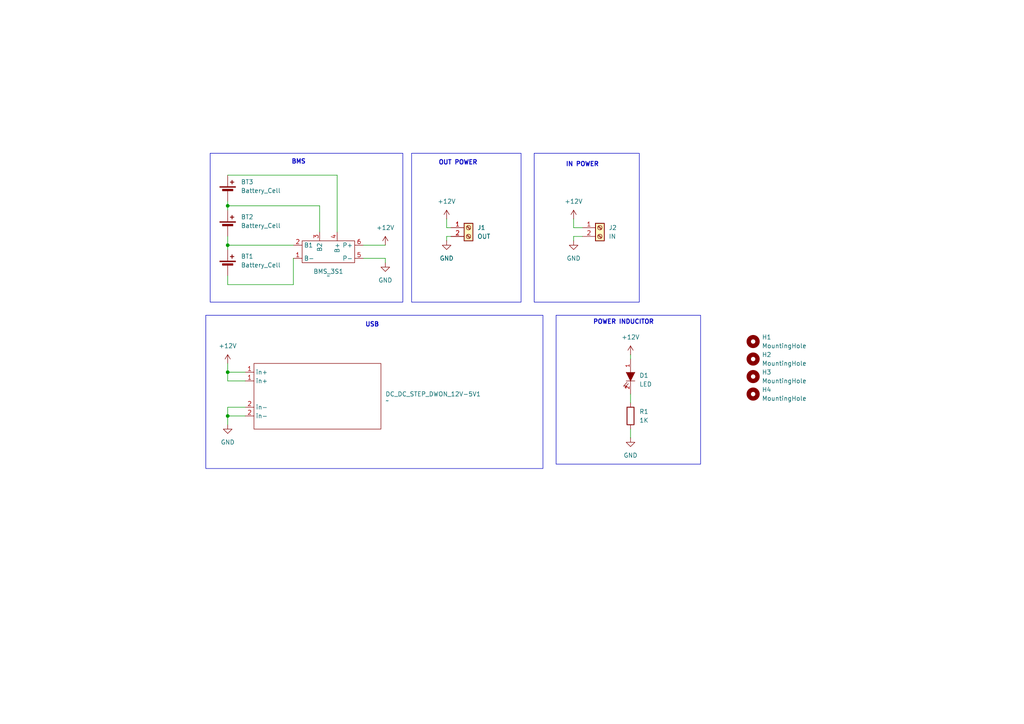
<source format=kicad_sch>
(kicad_sch (version 20231120) (generator "eeschema") (generator_version "8.0")
  (paper "A4")
  (lib_symbols
    (symbol "Connector:Screw_Terminal_01x02" (pin_names (offset 1.016) hide)
      (property "Reference" "J" (at 0 2.54 0))
      (property "Value" "Screw_Terminal_01x02" (at 0 -5.08 0))
      (symbol "Screw_Terminal_01x02_1_1"
        (rectangle (start -1.27 1.27) (end 1.27 -3.81) (stroke (width 0.254)) (fill (type background)))
        (circle (center 0 -2.54) (radius 0.635) (stroke (width 0.1524)))
        (polyline (pts (xy -0.5334 -2.2098) (xy 0.3302 -3.048)) (stroke (width 0.1524)))
        (polyline (pts (xy -0.5334 0.3302) (xy 0.3302 -0.508)) (stroke (width 0.1524)))
        (polyline (pts (xy -0.3556 -2.032) (xy 0.508 -2.8702)) (stroke (width 0.1524)))
        (polyline (pts (xy -0.3556 0.508) (xy 0.508 -0.3302)) (stroke (width 0.1524)))
        (circle (center 0 0) (radius 0.635) (stroke (width 0.1524)))
        (pin passive line (at -5.08 0 0) (length 3.81) (name "Pin_1") (number "1"))
        (pin passive line (at -5.08 -2.54 0) (length 3.81) (name "Pin_2") (number "2"))
      )
    )
    (symbol "Device:Battery_Cell" (pin_numbers hide) (pin_names (offset 0) hide)
      (property "Reference" "BT" (at 2.54 2.54 0))
      (property "Value" "Battery_Cell" (at 2.54 0 0))
      (symbol "Battery_Cell_0_1"
        (rectangle (start -2.286 1.778) (end 2.286 1.524) (fill (type outline)))
        (rectangle (start -1.524 1.016) (end 1.524 0.508) (fill (type outline)))
        (polyline (pts (xy 0 0.762) (xy 0 0)))
        (polyline (pts (xy 0 1.778) (xy 0 2.54)))
        (polyline (pts (xy 0.762 3.048) (xy 1.778 3.048)) (stroke (width 0.254)))
        (polyline (pts (xy 1.27 3.556) (xy 1.27 2.54)) (stroke (width 0.254)))
      )
      (symbol "Battery_Cell_1_1"
        (pin passive line (at 0 5.08 270) (length 2.54) (name "+") (number "1"))
        (pin passive line (at 0 -2.54 90) (length 2.54) (name "-") (number "2"))
      )
    )
    (symbol "Device:R" (pin_numbers hide) (pin_names (offset 0))
      (property "Reference" "R" (at 2.032 0 90))
      (property "Value" "R" (at 0 0 90))
      (symbol "R_0_1"
        (rectangle (start -1.016 -2.54) (end 1.016 2.54) (stroke (width 0.254)))
      )
      (symbol "R_1_1"
        (pin passive line (at 0 3.81 270) (length 1.27) (name "~") (number "1"))
        (pin passive line (at 0 -3.81 90) (length 1.27) (name "~") (number "2"))
      )
    )
    (symbol "Mechanical:MountingHole" (pin_names (offset 1.016)) (exclude_from_sim yes) (in_bom no)
      (property "Reference" "H" (at 0 5.08 0))
      (property "Value" "MountingHole" (at 0 3.175 0))
      (symbol "MountingHole_0_1"
        (circle (center 0 0) (radius 1.27) (stroke (width 1.27)))
      )
    )
    (symbol "My_Library:BMS"
      (property "Reference" "BMS_3S" (at -0.508 -2.286 0))
      (symbol "BMS_0_1"
        (rectangle (start -7.62 2.54) (end 7.62 -3.81))
      )
      (symbol "BMS_1_1"
        (pin input line (at -10.16 -2.54 0) (length 2.54) (name "B-") (number "1"))
        (pin input line (at -10.16 1.27 0) (length 2.54) (name "B1") (number "2"))
        (pin input line (at -2.54 5.08 270) (length 2.54) (name "B2") (number "3"))
        (pin input line (at 2.54 5.08 270) (length 2.54) (name "B+") (number "4"))
        (pin bidirectional line (at 10.16 -2.54 180) (length 2.54) (name "P-") (number "5"))
        (pin bidirectional line (at 10.16 1.27 180) (length 2.54) (name "P+") (number "6"))
      )
    )
    (symbol "My_Library:step_dwon_12v_5v_"
      (property "Reference" "DC_DC_STEP_DWON_12V-5V" (at 0 0 0))
      (symbol "step_dwon_12v_5v__0_1"
        (rectangle (start -20.32 8.89) (end 16.51 -10.16))
      )
      (symbol "step_dwon_12v_5v__1_1"
        (pin input line (at -22.86 3.81 0) (length 2.54) (name "in+") (number "1"))
        (pin input line (at -22.86 6.35 0) (length 2.54) (name "in+") (number "1"))
        (pin input line (at -22.86 -6.35 0) (length 2.54) (name "in-") (number "2"))
        (pin input line (at -22.86 -3.81 0) (length 2.54) (name "in-") (number "2"))
      )
    )
    (symbol "power:+12V" (power) (pin_numbers hide) (pin_names (offset 0) hide)
      (property "Value" "+12V" (at 0 3.556 0))
      (symbol "+12V_0_1"
        (polyline (pts (xy -0.762 1.27) (xy 0 2.54)))
        (polyline (pts (xy 0 0) (xy 0 2.54)))
        (polyline (pts (xy 0 2.54) (xy 0.762 1.27)))
      )
      (symbol "+12V_1_1"
        (pin power_in line (at 0 0 90) (length 0) (name "~") (number "1"))
      )
    )
    (symbol "power:GND" (power) (pin_numbers hide) (pin_names (offset 0) hide)
      (property "Value" "GND" (at 0 -3.81 0))
      (symbol "GND_0_1"
        (polyline (pts (xy 0 0) (xy 0 -1.27) (xy 1.27 -1.27) (xy 0 -2.54) (xy -1.27 -1.27) (xy 0 -1.27)))
      )
      (symbol "GND_1_1"
        (pin power_in line (at 0 0 270) (length 0) (name "~") (number "1"))
      )
    )
    (symbol "tinkerforge:LED" (pin_names (offset 1.016) hide)
      (property "Reference" "D" (at 0 2.54 0))
      (property "Value" "LED" (at 0 -2.54 0))
      (symbol "LED_0_1"
        (polyline (pts (xy 1.27 1.27) (xy 1.27 -1.27)))
        (polyline (pts (xy -1.27 1.27) (xy 1.27 0) (xy -1.27 -1.27)) (fill (type outline)))
        (polyline (pts (xy 1.651 -1.016) (xy 2.794 -2.032) (xy 2.667 -1.397)))
        (polyline (pts (xy 2.032 -0.635) (xy 3.175 -1.651) (xy 3.048 -1.016)))
      )
      (symbol "LED_1_1"
        (pin passive line (at -5.08 0 0) (length 3.81) (name "A") (number "1"))
        (pin passive line (at 5.08 0 180) (length 3.81) (name "K") (number "2"))
      )
    )
  )
  (junction (at 66.04 59.69))
  (junction (at 66.04 71.12))
  (junction (at 66.04 120.65))
  (junction (at 66.04 107.95))
  (wire (pts (xy 129.54 66.04) (xy 129.54 63.5)))
  (wire (pts (xy 71.12 110.49) (xy 66.04 110.49)))
  (wire (pts (xy 66.04 58.42) (xy 66.04 59.69)))
  (wire (pts (xy 105.41 71.12) (xy 111.76 71.12)))
  (wire (pts (xy 129.54 68.58) (xy 130.81 68.58)))
  (wire (pts (xy 166.37 68.58) (xy 166.37 69.85)))
  (wire (pts (xy 66.04 59.69) (xy 66.04 60.96)))
  (wire (pts (xy 130.81 66.04) (xy 129.54 66.04)))
  (wire (pts (xy 66.04 107.95) (xy 71.12 107.95)))
  (wire (pts (xy 182.88 114.3) (xy 182.88 116.84)))
  (wire (pts (xy 168.91 66.04) (xy 166.37 66.04)))
  (wire (pts (xy 92.71 59.69) (xy 66.04 59.69)))
  (wire (pts (xy 66.04 118.11) (xy 66.04 120.65)))
  (wire (pts (xy 111.76 74.93) (xy 111.76 76.2)))
  (wire (pts (xy 66.04 71.12) (xy 66.04 72.39)))
  (wire (pts (xy 182.88 124.46) (xy 182.88 127)))
  (wire (pts (xy 66.04 68.58) (xy 66.04 71.12)))
  (wire (pts (xy 66.04 82.55) (xy 66.04 80.01)))
  (wire (pts (xy 97.79 50.8) (xy 97.79 67.31)))
  (wire (pts (xy 66.04 71.12) (xy 85.09 71.12)))
  (wire (pts (xy 66.04 50.8) (xy 97.79 50.8)))
  (wire (pts (xy 71.12 120.65) (xy 66.04 120.65)))
  (wire (pts (xy 182.88 102.87) (xy 182.88 104.14)))
  (wire (pts (xy 129.54 69.85) (xy 129.54 68.58)))
  (wire (pts (xy 105.41 74.93) (xy 111.76 74.93)))
  (wire (pts (xy 66.04 110.49) (xy 66.04 107.95)))
  (wire (pts (xy 71.12 118.11) (xy 66.04 118.11)))
  (wire (pts (xy 166.37 66.04) (xy 166.37 63.5)))
  (wire (pts (xy 168.91 68.58) (xy 166.37 68.58)))
  (wire (pts (xy 85.09 82.55) (xy 66.04 82.55)))
  (wire (pts (xy 66.04 120.65) (xy 66.04 123.19)))
  (wire (pts (xy 85.09 74.93) (xy 85.09 82.55)))
  (wire (pts (xy 66.04 107.95) (xy 66.04 105.41)))
  (wire (pts (xy 92.71 67.31) (xy 92.71 59.69)))
  (rectangle (start 154.94 44.45) (end 185.42 87.63))
  (rectangle (start 59.69 91.44) (end 157.48 135.89))
  (rectangle (start 119.38 44.45) (end 151.13 87.63))
  (rectangle (start 161.29 91.44) (end 203.2 134.62))
  (rectangle (start 60.96 44.45) (end 116.84 87.63))
  (text "POWER INDUCITOR\n" (at 180.848 93.472 0) (effects (font (size 1.27 1.27) (thickness 0.254) (bold yes))))
  (text "OUT POWER" (at 132.842 47.244 0) (effects (font (size 1.27 1.27) (thickness 0.254) (bold yes))))
  (text "BMS" (at 86.614 46.99 0) (effects (font (size 1.27 1.27) (thickness 0.254) (bold yes))))
  (text "USB\n" (at 107.95 94.234 0) (effects (font (size 1.27 1.27) (thickness 0.254) (bold yes))))
  (text "IN POWER" (at 168.91 47.752 0) (effects (font (size 1.27 1.27) (thickness 0.254) (bold yes))))
  (symbol (lib_id "Mechanical:MountingHole") (at 218.44 114.3 0) (unit 1) (exclude_from_sim yes) (in_bom no)
    (property "Reference" "H4" (at 220.98 113.0299 0) (effects (justify left)))
    (property "Value" "MountingHole" (at 220.98 115.5699 0) (effects (justify left)))
    (property "Footprint" "MountingHole:MountingHole_4.3mm_M4_ISO14580" (effects (hide yes)))
    (property "Description" "Mounting Hole without connection" (effects (hide yes)))
  )
  (symbol (lib_id "My_Library:step_dwon_12v_5v_") (at 93.98 114.3 0) (unit 1)
    (property "Reference" "DC_DC_STEP_DWON_12V-5V1" (at 111.76 114.2999 0) (effects (justify left)))
    (property "Value" "~" (at 111.76 116.205 0) (effects (justify left)))
    (property "Footprint" "MY_Library:DC_DC_STEP_DOWN_12V-5V" (effects (hide yes)))
  )
  (symbol (lib_id "Device:Battery_Cell") (at 66.04 66.04 0) (unit 1)
    (property "Reference" "BT2" (at 69.85 62.9284 0) (effects (justify left)))
    (property "Value" "Battery_Cell" (at 69.85 65.4684 0) (effects (justify left)))
    (property "Footprint" "Battery:BatteryHolder_Keystone_1042_1x18650" (effects (hide yes)))
    (property "Description" "Single-cell battery" (effects (hide yes)))
  )
  (symbol (lib_id "power:GND") (at 166.37 69.85 0) (unit 1)
    (property "Reference" "#PWR08" (effects (hide yes)))
    (property "Value" "GND" (at 166.37 74.93 0))
    (property "Description" "Power symbol creates a global label with name \"GND\" , ground" (effects (hide yes)))
  )
  (symbol (lib_id "Connector:Screw_Terminal_01x02") (at 135.89 66.04 0) (unit 1)
    (property "Reference" "J1" (at 138.43 66.0399 0) (effects (justify left)))
    (property "Value" "OUT" (at 138.43 68.5799 0) (effects (justify left)))
    (property "Footprint" "TerminalBlock_Phoenix:TerminalBlock_Phoenix_MKDS-1,5-2-5.08_1x02_P5.08mm_Horizontal" (effects (hide yes)))
    (property "Description" "Generic screw terminal, single row, 01x02, script generated (kicad-library-utils/schlib/autogen/connector/)" (effects (hide yes)))
  )
  (symbol (lib_id "Device:Battery_Cell") (at 66.04 77.47 0) (unit 1)
    (property "Reference" "BT1" (at 69.85 74.3584 0) (effects (justify left)))
    (property "Value" "Battery_Cell" (at 69.85 76.8984 0) (effects (justify left)))
    (property "Footprint" "Battery:BatteryHolder_Keystone_1042_1x18650" (effects (hide yes)))
    (property "Description" "Single-cell battery" (effects (hide yes)))
  )
  (symbol (lib_id "Mechanical:MountingHole") (at 218.44 104.14 0) (unit 1) (exclude_from_sim yes) (in_bom no)
    (property "Reference" "H2" (at 220.98 102.8699 0) (effects (justify left)))
    (property "Value" "MountingHole" (at 220.98 105.4099 0) (effects (justify left)))
    (property "Footprint" "MountingHole:MountingHole_4.3mm_M4_ISO14580" (effects (hide yes)))
    (property "Description" "Mounting Hole without connection" (effects (hide yes)))
  )
  (symbol (lib_id "Device:R") (at 182.88 120.65 0) (unit 1)
    (property "Reference" "R1" (at 185.42 119.3799 0) (effects (justify left)))
    (property "Value" "1K" (at 185.42 121.9199 0) (effects (justify left)))
    (property "Footprint" "Resistor_THT:R_Axial_DIN0207_L6.3mm_D2.5mm_P7.62mm_Horizontal" (effects (hide yes)))
    (property "Description" "Resistor" (effects (hide yes)))
  )
  (symbol (lib_id "power:GND") (at 111.76 76.2 0) (unit 1)
    (property "Reference" "#PWR02" (effects (hide yes)))
    (property "Value" "GND" (at 111.76 81.28 0))
    (property "Description" "Power symbol creates a global label with name \"GND\" , ground" (effects (hide yes)))
  )
  (symbol (lib_id "My_Library:BMS") (at 95.25 72.39 0) (unit 1)
    (property "Reference" "BMS_3S1" (at 95.25 78.74 0))
    (property "Value" "~" (at 95.25 80.01 0))
    (property "Footprint" "MY_Library:BMS_3S" (effects (hide yes)))
  )
  (symbol (lib_id "power:GND") (at 182.88 127 0) (unit 1)
    (property "Reference" "#PWR010" (effects (hide yes)))
    (property "Value" "GND" (at 182.88 132.08 0))
    (property "Description" "Power symbol creates a global label with name \"GND\" , ground" (effects (hide yes)))
  )
  (symbol (lib_id "tinkerforge:LED") (at 182.88 109.22 270) (unit 1)
    (property "Reference" "D1" (at 185.42 108.9024 90) (effects (justify left)))
    (property "Value" "LED" (at 185.42 111.4424 90) (effects (justify left)))
    (property "Footprint" "LED_THT:LED_D3.0mm" (effects (hide yes)))
  )
  (symbol (lib_id "Device:Battery_Cell") (at 66.04 55.88 0) (unit 1)
    (property "Reference" "BT3" (at 69.85 52.7684 0) (effects (justify left)))
    (property "Value" "Battery_Cell" (at 69.85 55.3084 0) (effects (justify left)))
    (property "Footprint" "Battery:BatteryHolder_Keystone_1042_1x18650" (effects (hide yes)))
    (property "Description" "Single-cell battery" (effects (hide yes)))
  )
  (symbol (lib_id "power:+12V") (at 166.37 63.5 0) (unit 1)
    (property "Reference" "#PWR06" (effects (hide yes)))
    (property "Value" "+12V" (at 166.37 58.42 0))
    (property "Description" "Power symbol creates a global label with name \"+12V\"" (effects (hide yes)))
  )
  (symbol (lib_id "Mechanical:MountingHole") (at 218.44 109.22 0) (unit 1) (exclude_from_sim yes) (in_bom no)
    (property "Reference" "H3" (at 220.98 107.9499 0) (effects (justify left)))
    (property "Value" "MountingHole" (at 220.98 110.4899 0) (effects (justify left)))
    (property "Footprint" "MountingHole:MountingHole_4.3mm_M4_ISO14580" (effects (hide yes)))
    (property "Description" "Mounting Hole without connection" (effects (hide yes)))
  )
  (symbol (lib_id "power:+12V") (at 129.54 63.5 0) (unit 1)
    (property "Reference" "#PWR05" (effects (hide yes)))
    (property "Value" "+12V" (at 129.54 58.42 0))
    (property "Description" "Power symbol creates a global label with name \"+12V\"" (effects (hide yes)))
  )
  (symbol (lib_id "power:+12V") (at 111.76 71.12 0) (unit 1)
    (property "Reference" "#PWR01" (effects (hide yes)))
    (property "Value" "+12V" (at 111.76 66.04 0))
    (property "Description" "Power symbol creates a global label with name \"+12V\"" (effects (hide yes)))
  )
  (symbol (lib_id "power:GND") (at 66.04 123.19 0) (unit 1)
    (property "Reference" "#PWR04" (effects (hide yes)))
    (property "Value" "GND" (at 66.04 128.27 0))
    (property "Description" "Power symbol creates a global label with name \"GND\" , ground" (effects (hide yes)))
  )
  (symbol (lib_id "power:GND") (at 129.54 69.85 0) (unit 1)
    (property "Reference" "#PWR07" (effects (hide yes)))
    (property "Value" "GND" (at 129.54 74.93 0))
    (property "Description" "Power symbol creates a global label with name \"GND\" , ground" (effects (hide yes)))
  )
  (symbol (lib_id "power:+12V") (at 182.88 102.87 0) (unit 1)
    (property "Reference" "#PWR09" (effects (hide yes)))
    (property "Value" "+12V" (at 182.88 97.79 0))
    (property "Description" "Power symbol creates a global label with name \"+12V\"" (effects (hide yes)))
  )
  (symbol (lib_id "Connector:Screw_Terminal_01x02") (at 173.99 66.04 0) (unit 1)
    (property "Reference" "J2" (at 176.53 66.0399 0) (effects (justify left)))
    (property "Value" "IN" (at 176.53 68.5799 0) (effects (justify left)))
    (property "Footprint" "TerminalBlock_Phoenix:TerminalBlock_Phoenix_MKDS-1,5-2-5.08_1x02_P5.08mm_Horizontal" (effects (hide yes)))
    (property "Description" "Generic screw terminal, single row, 01x02, script generated (kicad-library-utils/schlib/autogen/connector/)" (effects (hide yes)))
  )
  (symbol (lib_id "Mechanical:MountingHole") (at 218.44 99.06 0) (unit 1) (exclude_from_sim yes) (in_bom no)
    (property "Reference" "H1" (at 220.98 97.7899 0) (effects (justify left)))
    (property "Value" "MountingHole" (at 220.98 100.3299 0) (effects (justify left)))
    (property "Footprint" "MountingHole:MountingHole_4.3mm_M4_ISO14580" (effects (hide yes)))
    (property "Description" "Mounting Hole without connection" (effects (hide yes)))
  )
  (symbol (lib_id "power:+12V") (at 66.04 105.41 0) (unit 1)
    (property "Reference" "#PWR03" (effects (hide yes)))
    (property "Value" "+12V" (at 66.04 100.33 0))
    (property "Description" "Power symbol creates a global label with name \"+12V\"" (effects (hide yes)))
  )
)
</source>
